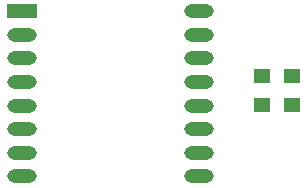
<source format=gtp>
G04*
G04 #@! TF.GenerationSoftware,Altium Limited,Altium Designer,18.1.9 (240)*
G04*
G04 Layer_Color=8421504*
%FSLAX25Y25*%
%MOIN*%
G70*
G01*
G75*
%ADD13O,0.09843X0.04724*%
%ADD14R,0.05512X0.04724*%
%ADD15R,0.09843X0.04724*%
D13*
X60000Y85748D02*
D03*
Y62126D02*
D03*
Y70000D02*
D03*
Y77874D02*
D03*
Y93622D02*
D03*
X119055Y46378D02*
D03*
Y54252D02*
D03*
Y62126D02*
D03*
Y70000D02*
D03*
Y77874D02*
D03*
Y85748D02*
D03*
Y93622D02*
D03*
Y101496D02*
D03*
X60000Y46378D02*
D03*
Y54252D02*
D03*
D14*
X150000Y70157D02*
D03*
Y80000D02*
D03*
X140000Y70157D02*
D03*
Y80000D02*
D03*
D15*
X60000Y101496D02*
D03*
M02*

</source>
